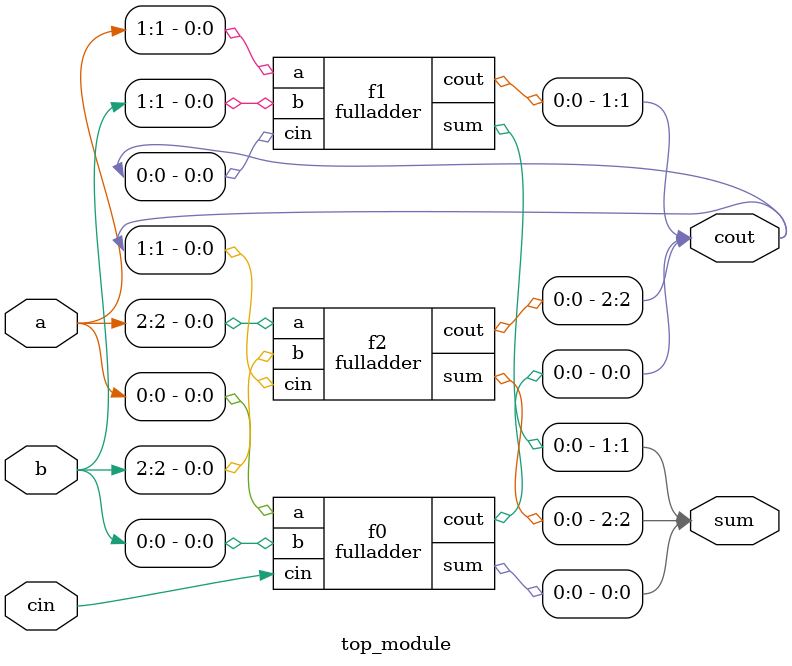
<source format=v>
module fulladder(
    input a,b,
    input cin,
    output cout,
    output sum );
    assign {cout, sum} = a + b + cin;
endmodule

module top_module( 
    input [2:0] a, b,
    input cin,
    output [2:0] cout,
    output [2:0] sum );
    fulladder f0 (.a(a[0]), .b(b[0]), .cin(cin), .cout(cout[0]), .sum(sum[0]));
    fulladder f1 (.a(a[1]), .b(b[1]), .cin(cout[0]), .cout(cout[1]), .sum(sum[1]));
    fulladder f2 (.a(a[2]), .b(b[2]), .cin(cout[1]), .cout(cout[2]), .sum(sum[2]));
                                                       

endmodule
</source>
